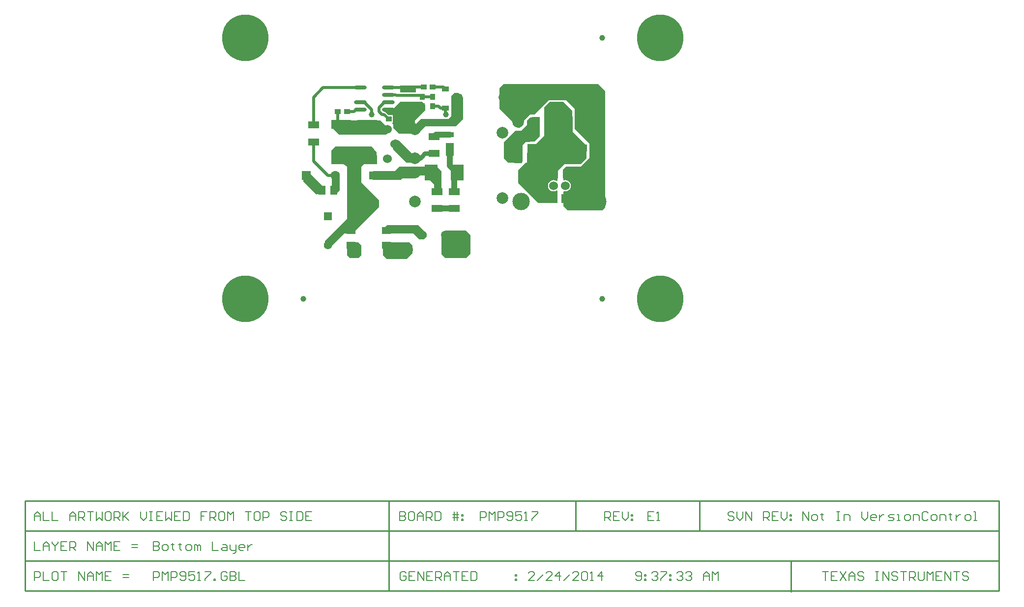
<source format=gbl>
%FSAX25Y25*%
%MOIN*%
G70*
G01*
G75*
G04 Layer_Physical_Order=2*
G04 Layer_Color=16711680*
%ADD10R,0.06300X0.05000*%
%ADD11C,0.01969*%
%ADD12C,0.03937*%
%ADD13C,0.00800*%
%ADD14C,0.01000*%
%ADD15C,0.31496*%
%ADD16C,0.05512*%
%ADD17R,0.05512X0.05512*%
%ADD18R,0.05118X0.05118*%
%ADD19C,0.05118*%
%ADD20C,0.11811*%
%ADD21C,0.06000*%
%ADD22C,0.06299*%
%ADD23R,0.06299X0.06299*%
%ADD24C,0.05906*%
%ADD25R,0.05118X0.05118*%
%ADD26C,0.05315*%
%ADD27C,0.07874*%
%ADD28C,0.08700*%
%ADD29C,0.03937*%
%ADD30R,0.05000X0.06300*%
%ADD31R,0.05512X0.05472*%
%ADD32R,0.19134X0.13228*%
%ADD33R,0.07284X0.05118*%
%ADD34R,0.03740X0.03937*%
%ADD35R,0.03937X0.03740*%
%ADD36R,0.13780X0.05906*%
%ADD37R,0.05512X0.03543*%
%ADD38R,0.05512X0.08661*%
%ADD39R,0.10630X0.05118*%
%ADD40R,0.05984X0.04724*%
%ADD41R,0.08500X0.10799*%
%ADD42R,0.04803X0.03602*%
%ADD43O,0.08661X0.02362*%
%ADD44C,0.03150*%
G36*
X0312310Y0282337D02*
Y0280368D01*
X0310342Y0278400D01*
X0307389D01*
X0303452Y0282337D01*
X0282783D01*
Y0285585D01*
X0285440Y0288243D01*
X0306405D01*
X0312310Y0282337D01*
D02*
G37*
G36*
X0242824Y0313437D02*
Y0309012D01*
X0237572D01*
X0237472Y0308912D01*
X0228649Y0317735D01*
Y0323676D01*
X0232586D01*
X0242824Y0313437D01*
D02*
G37*
G36*
X0322153Y0324660D02*
Y0309699D01*
X0321956Y0309896D01*
X0317231D01*
Y0315802D01*
X0311326Y0321707D01*
X0307389D01*
X0306405Y0322691D01*
X0303452Y0319739D01*
X0295578D01*
X0294594Y0318754D01*
X0275893D01*
X0273924Y0320723D01*
Y0322691D01*
X0275893Y0324660D01*
X0290657D01*
X0293609Y0327613D01*
X0319200D01*
X0322153Y0324660D01*
D02*
G37*
G36*
X0278452Y0337455D02*
Y0329581D01*
X0269987D01*
X0268019Y0327613D01*
Y0316786D01*
X0279830Y0304975D01*
Y0300054D01*
X0262113Y0282337D01*
X0256208D01*
X0246365Y0272495D01*
X0243413D01*
Y0277416D01*
X0258176Y0292179D01*
Y0327613D01*
X0247645Y0334648D01*
X0247743Y0338439D01*
X0250302Y0341392D01*
X0274909D01*
X0278452Y0337455D01*
D02*
G37*
G36*
X0302468Y0274463D02*
Y0269173D01*
X0298505Y0265211D01*
X0285145D01*
X0282783Y0267573D01*
Y0276431D01*
X0300499D01*
X0302468Y0274463D01*
D02*
G37*
G36*
X0266050Y0276431D02*
X0268019Y0274463D01*
Y0267573D01*
X0266050Y0265605D01*
X0260145D01*
X0258176Y0267573D01*
Y0276639D01*
X0266050Y0276431D01*
D02*
G37*
G36*
X0341838Y0281353D02*
Y0268558D01*
X0338885Y0265605D01*
X0325106D01*
X0322153Y0268558D01*
Y0281353D01*
X0323137Y0282731D01*
X0324712Y0284306D01*
X0338885D01*
X0341838Y0281353D01*
D02*
G37*
G36*
X0389082Y0348282D02*
X0385245Y0344737D01*
X0379302Y0344408D01*
X0377271Y0342376D01*
Y0331550D01*
X0376287Y0330565D01*
X0367428D01*
X0364476Y0333518D01*
Y0344345D01*
X0372350Y0352219D01*
X0376287D01*
X0380224Y0356156D01*
Y0359109D01*
X0382192Y0361077D01*
X0389082D01*
Y0348282D01*
D02*
G37*
G36*
X0286720Y0353203D02*
Y0351235D01*
X0284751Y0349266D01*
X0253110D01*
X0248334Y0354042D01*
Y0359109D01*
X0280814D01*
X0286720Y0353203D01*
D02*
G37*
G36*
X0336916Y0374857D02*
Y0360093D01*
X0331995Y0355172D01*
X0311326D01*
X0306405Y0350250D01*
X0304436D01*
Y0351235D01*
X0303452Y0350250D01*
X0293610D01*
X0289617Y0354243D01*
Y0356211D01*
X0288855Y0356974D01*
X0289046Y0357435D01*
X0289279D01*
Y0362750D01*
X0286420D01*
X0284670Y0364500D01*
X0284084Y0364892D01*
X0283767Y0364955D01*
Y0365467D01*
X0285479Y0367180D01*
X0289476D01*
X0294200Y0371904D01*
X0309062D01*
X0311228Y0369739D01*
Y0365900D01*
X0304436Y0359109D01*
Y0356211D01*
X0308318Y0360093D01*
X0327074D01*
X0329043Y0362061D01*
Y0375841D01*
X0331011Y0377810D01*
X0333964D01*
X0336916Y0374857D01*
D02*
G37*
G36*
X0293609Y0345329D02*
X0302468Y0336471D01*
X0304436D01*
Y0330565D01*
X0298531D01*
X0289672Y0339424D01*
X0288688Y0342376D01*
X0289672Y0345329D01*
X0290657Y0346313D01*
X0293609Y0345329D01*
D02*
G37*
G36*
X0253255Y0321707D02*
X0253255D01*
Y0311865D01*
X0251287Y0309896D01*
X0247940D01*
Y0322298D01*
X0250302Y0324660D01*
X0253255Y0321707D01*
D02*
G37*
G36*
X0433348Y0378819D02*
Y0300028D01*
X0431405Y0298085D01*
X0407783D01*
X0404830Y0301038D01*
Y0310867D01*
X0405219Y0311127D01*
X0406208Y0310997D01*
X0407197Y0311127D01*
X0408118Y0311509D01*
X0408909Y0312116D01*
X0409516Y0312907D01*
X0409898Y0313829D01*
X0410028Y0314817D01*
X0409898Y0315806D01*
X0409516Y0316727D01*
X0408909Y0317518D01*
X0408118Y0318126D01*
X0407197Y0318507D01*
X0406208Y0318637D01*
X0405219Y0318507D01*
X0404830Y0318767D01*
Y0325644D01*
X0406798Y0327613D01*
X0416641D01*
X0422546Y0333518D01*
Y0343361D01*
X0412704Y0353203D01*
Y0366983D01*
X0406798Y0372888D01*
X0394987D01*
X0385145Y0363046D01*
X0382192D01*
X0377271Y0358124D01*
Y0356156D01*
X0375302Y0354187D01*
X0374318D01*
X0361523Y0366983D01*
Y0380762D01*
X0364450Y0383689D01*
X0428477D01*
X0433348Y0378819D01*
D02*
G37*
G36*
X0411054Y0365680D02*
Y0351471D01*
X0420578Y0341947D01*
Y0333518D01*
X0416641Y0329581D01*
X0405814D01*
X0400893Y0324660D01*
Y0318193D01*
X0400445Y0317972D01*
X0400244Y0318126D01*
X0399323Y0318507D01*
X0398334Y0318637D01*
X0397345Y0318507D01*
X0396424Y0318126D01*
X0395633Y0317518D01*
X0395026Y0316727D01*
X0394644Y0315806D01*
X0394514Y0314817D01*
X0394644Y0313829D01*
X0395026Y0312907D01*
X0395633Y0312116D01*
X0396424Y0311509D01*
X0397345Y0311127D01*
X0398334Y0310997D01*
X0399323Y0311127D01*
X0400244Y0311509D01*
X0400445Y0311663D01*
X0400893Y0311442D01*
Y0303107D01*
X0387997D01*
X0374318Y0316786D01*
Y0325447D01*
X0379436Y0330565D01*
X0380224D01*
Y0337061D01*
X0392035Y0348872D01*
Y0367967D01*
X0395972Y0371904D01*
X0404830D01*
X0411054Y0365680D01*
D02*
G37*
G54D11*
X0252074Y0358518D02*
X0254239Y0356353D01*
X0252074Y0358518D02*
Y0365014D01*
X0245381Y0321707D02*
X0250302D01*
X0235539Y0331550D02*
X0245381Y0321707D01*
X0235539Y0331550D02*
Y0344542D01*
Y0374857D02*
X0242054Y0381372D01*
X0267428D01*
X0235539Y0355959D02*
Y0374857D01*
X0325106Y0363046D02*
X0325109Y0363027D01*
X0325203Y0363046D02*
X0325300Y0362061D01*
X0292822Y0360093D02*
X0304436Y0353203D01*
X0299515Y0369148D02*
X0309358Y0368754D01*
X0299515Y0369148D02*
X0304436Y0353203D01*
X0286326Y0381372D02*
X0298708D01*
X0299515Y0380565D01*
X0300696Y0381747D02*
X0310145D01*
X0299515Y0380565D02*
X0300696Y0381747D01*
X0316444D02*
X0323678D01*
X0325106Y0380319D01*
X0321513Y0367426D02*
X0325106D01*
X0320184Y0368754D02*
X0321513Y0367426D01*
X0316247Y0368754D02*
X0320184D01*
X0325109Y0363027D02*
X0325300Y0362061D01*
X0325106Y0363046D02*
Y0367426D01*
X0308373Y0376038D02*
X0309358Y0375054D01*
X0316247D01*
X0316247Y0375054D01*
X0286326Y0366372D02*
X0296739D01*
X0299515Y0369148D01*
X0280027Y0365068D02*
Y0367677D01*
Y0365068D02*
X0281872Y0363223D01*
X0283393D01*
X0286523Y0360093D01*
X0283722Y0371372D02*
X0286326D01*
X0280027Y0367677D02*
X0283722Y0371372D01*
X0286326Y0376372D02*
X0291306D01*
X0291641Y0376038D01*
X0308373D01*
X0267428Y0371372D02*
X0270032D01*
X0274909Y0363046D02*
Y0366496D01*
X0270032Y0371372D02*
X0274909Y0366496D01*
X0258373Y0365014D02*
X0263098D01*
X0264456Y0366372D01*
X0267428D01*
G54D12*
X0320184Y0299266D02*
X0331011D01*
X0317231Y0348085D02*
X0318511Y0349365D01*
X0328058D01*
Y0328439D02*
X0332822Y0323676D01*
X0328058Y0328439D02*
Y0339325D01*
X0331011Y0310683D02*
Y0321865D01*
X0332822Y0323676D01*
G54D13*
X0126900Y0073549D02*
Y0067551D01*
X0129899D01*
X0130899Y0068550D01*
Y0069550D01*
X0129899Y0070550D01*
X0126900D01*
X0129899D01*
X0130899Y0071549D01*
Y0072549D01*
X0129899Y0073549D01*
X0126900D01*
X0133898Y0067551D02*
X0135897D01*
X0136897Y0068550D01*
Y0070550D01*
X0135897Y0071549D01*
X0133898D01*
X0132898Y0070550D01*
Y0068550D01*
X0133898Y0067551D01*
X0139896Y0072549D02*
Y0071549D01*
X0138896D01*
X0140895D01*
X0139896D01*
Y0068550D01*
X0140895Y0067551D01*
X0144894Y0072549D02*
Y0071549D01*
X0143895D01*
X0145894D01*
X0144894D01*
Y0068550D01*
X0145894Y0067551D01*
X0149893D02*
X0151892D01*
X0152892Y0068550D01*
Y0070550D01*
X0151892Y0071549D01*
X0149893D01*
X0148893Y0070550D01*
Y0068550D01*
X0149893Y0067551D01*
X0154891D02*
Y0071549D01*
X0155891D01*
X0156890Y0070550D01*
Y0067551D01*
Y0070550D01*
X0157890Y0071549D01*
X0158890Y0070550D01*
Y0067551D01*
X0166887Y0073549D02*
Y0067551D01*
X0170886D01*
X0173885Y0071549D02*
X0175884D01*
X0176884Y0070550D01*
Y0067551D01*
X0173885D01*
X0172885Y0068550D01*
X0173885Y0069550D01*
X0176884D01*
X0178883Y0071549D02*
Y0068550D01*
X0179883Y0067551D01*
X0182882D01*
Y0066551D01*
X0181882Y0065551D01*
X0180883D01*
X0182882Y0067551D02*
Y0071549D01*
X0187880Y0067551D02*
X0185881D01*
X0184881Y0068550D01*
Y0070550D01*
X0185881Y0071549D01*
X0187880D01*
X0188880Y0070550D01*
Y0069550D01*
X0184881D01*
X0190879Y0071549D02*
Y0067551D01*
Y0069550D01*
X0191879Y0070550D01*
X0192879Y0071549D01*
X0193878D01*
X0567400Y0087833D02*
Y0093831D01*
X0571399Y0087833D01*
Y0093831D01*
X0574398Y0087833D02*
X0576397D01*
X0577397Y0088833D01*
Y0090832D01*
X0576397Y0091832D01*
X0574398D01*
X0573398Y0090832D01*
Y0088833D01*
X0574398Y0087833D01*
X0580396Y0092832D02*
Y0091832D01*
X0579396D01*
X0581395D01*
X0580396D01*
Y0088833D01*
X0581395Y0087833D01*
X0590393Y0093831D02*
X0592392D01*
X0591392D01*
Y0087833D01*
X0590393D01*
X0592392D01*
X0595391D02*
Y0091832D01*
X0598390D01*
X0599390Y0090832D01*
Y0087833D01*
X0607387Y0093831D02*
Y0089833D01*
X0609386Y0087833D01*
X0611386Y0089833D01*
Y0093831D01*
X0616384Y0087833D02*
X0614385D01*
X0613385Y0088833D01*
Y0090832D01*
X0614385Y0091832D01*
X0616384D01*
X0617384Y0090832D01*
Y0089833D01*
X0613385D01*
X0619383Y0091832D02*
Y0087833D01*
Y0089833D01*
X0620383Y0090832D01*
X0621383Y0091832D01*
X0622382D01*
X0625381Y0087833D02*
X0628380D01*
X0629380Y0088833D01*
X0628380Y0089833D01*
X0626381D01*
X0625381Y0090832D01*
X0626381Y0091832D01*
X0629380D01*
X0631379Y0087833D02*
X0633379D01*
X0632379D01*
Y0091832D01*
X0631379D01*
X0637377Y0087833D02*
X0639377D01*
X0640376Y0088833D01*
Y0090832D01*
X0639377Y0091832D01*
X0637377D01*
X0636378Y0090832D01*
Y0088833D01*
X0637377Y0087833D01*
X0642376D02*
Y0091832D01*
X0645375D01*
X0646374Y0090832D01*
Y0087833D01*
X0652373Y0092832D02*
X0651373Y0093831D01*
X0649373D01*
X0648374Y0092832D01*
Y0088833D01*
X0649373Y0087833D01*
X0651373D01*
X0652373Y0088833D01*
X0655372Y0087833D02*
X0657371D01*
X0658371Y0088833D01*
Y0090832D01*
X0657371Y0091832D01*
X0655372D01*
X0654372Y0090832D01*
Y0088833D01*
X0655372Y0087833D01*
X0660370D02*
Y0091832D01*
X0663369D01*
X0664369Y0090832D01*
Y0087833D01*
X0667368Y0092832D02*
Y0091832D01*
X0666368D01*
X0668367D01*
X0667368D01*
Y0088833D01*
X0668367Y0087833D01*
X0671366Y0091832D02*
Y0087833D01*
Y0089833D01*
X0672366Y0090832D01*
X0673366Y0091832D01*
X0674365D01*
X0678364Y0087833D02*
X0680364D01*
X0681363Y0088833D01*
Y0090832D01*
X0680364Y0091832D01*
X0678364D01*
X0677364Y0090832D01*
Y0088833D01*
X0678364Y0087833D01*
X0683362D02*
X0685362D01*
X0684362D01*
Y0093831D01*
X0683362D01*
X0520799Y0092832D02*
X0519799Y0093831D01*
X0517800D01*
X0516800Y0092832D01*
Y0091832D01*
X0517800Y0090832D01*
X0519799D01*
X0520799Y0089833D01*
Y0088833D01*
X0519799Y0087833D01*
X0517800D01*
X0516800Y0088833D01*
X0522798Y0093831D02*
Y0089833D01*
X0524797Y0087833D01*
X0526797Y0089833D01*
Y0093831D01*
X0528796Y0087833D02*
Y0093831D01*
X0532795Y0087833D01*
Y0093831D01*
X0540792Y0087833D02*
Y0093831D01*
X0543791D01*
X0544791Y0092832D01*
Y0090832D01*
X0543791Y0089833D01*
X0540792D01*
X0542792D02*
X0544791Y0087833D01*
X0550789Y0093831D02*
X0546790D01*
Y0087833D01*
X0550789D01*
X0546790Y0090832D02*
X0548790D01*
X0552788Y0093831D02*
Y0089833D01*
X0554788Y0087833D01*
X0556787Y0089833D01*
Y0093831D01*
X0558786Y0091832D02*
X0559786D01*
Y0090832D01*
X0558786D01*
Y0091832D01*
Y0088833D02*
X0559786D01*
Y0087833D01*
X0558786D01*
Y0088833D01*
X0433000Y0087833D02*
Y0093831D01*
X0435999D01*
X0436999Y0092832D01*
Y0090832D01*
X0435999Y0089833D01*
X0433000D01*
X0434999D02*
X0436999Y0087833D01*
X0442997Y0093831D02*
X0438998D01*
Y0087833D01*
X0442997D01*
X0438998Y0090832D02*
X0440997D01*
X0444996Y0093831D02*
Y0089833D01*
X0446995Y0087833D01*
X0448995Y0089833D01*
Y0093831D01*
X0450994Y0091832D02*
X0451994D01*
Y0090832D01*
X0450994D01*
Y0091832D01*
Y0088833D02*
X0451994D01*
Y0087833D01*
X0450994D01*
Y0088833D01*
X0126900Y0046966D02*
Y0052965D01*
X0129899D01*
X0130899Y0051965D01*
Y0049966D01*
X0129899Y0048966D01*
X0126900D01*
X0132898Y0046966D02*
Y0052965D01*
X0134897Y0050965D01*
X0136897Y0052965D01*
Y0046966D01*
X0138896D02*
Y0052965D01*
X0141895D01*
X0142895Y0051965D01*
Y0049966D01*
X0141895Y0048966D01*
X0138896D01*
X0144894Y0047966D02*
X0145894Y0046966D01*
X0147893D01*
X0148893Y0047966D01*
Y0051965D01*
X0147893Y0052965D01*
X0145894D01*
X0144894Y0051965D01*
Y0050965D01*
X0145894Y0049966D01*
X0148893D01*
X0154891Y0052965D02*
X0150892D01*
Y0049966D01*
X0152892Y0050965D01*
X0153891D01*
X0154891Y0049966D01*
Y0047966D01*
X0153891Y0046966D01*
X0151892D01*
X0150892Y0047966D01*
X0156890Y0046966D02*
X0158890D01*
X0157890D01*
Y0052965D01*
X0156890Y0051965D01*
X0161889Y0052965D02*
X0165887D01*
Y0051965D01*
X0161889Y0047966D01*
Y0046966D01*
X0167887D02*
Y0047966D01*
X0168886D01*
Y0046966D01*
X0167887D01*
X0176884Y0051965D02*
X0175884Y0052965D01*
X0173885D01*
X0172885Y0051965D01*
Y0047966D01*
X0173885Y0046966D01*
X0175884D01*
X0176884Y0047966D01*
Y0049966D01*
X0174884D01*
X0178883Y0052965D02*
Y0046966D01*
X0181882D01*
X0182882Y0047966D01*
Y0048966D01*
X0181882Y0049966D01*
X0178883D01*
X0181882D01*
X0182882Y0050965D01*
Y0051965D01*
X0181882Y0052965D01*
X0178883D01*
X0184881D02*
Y0046966D01*
X0188880D01*
X0385149D02*
X0381150D01*
X0385149Y0050965D01*
Y0051965D01*
X0384149Y0052965D01*
X0382150D01*
X0381150Y0051965D01*
X0387148Y0046966D02*
X0391147Y0050965D01*
X0397145Y0046966D02*
X0393146D01*
X0397145Y0050965D01*
Y0051965D01*
X0396145Y0052965D01*
X0394146D01*
X0393146Y0051965D01*
X0402143Y0046966D02*
Y0052965D01*
X0399144Y0049966D01*
X0403143D01*
X0405142Y0046966D02*
X0409141Y0050965D01*
X0415139Y0046966D02*
X0411140D01*
X0415139Y0050965D01*
Y0051965D01*
X0414139Y0052965D01*
X0412140D01*
X0411140Y0051965D01*
X0417138D02*
X0418138Y0052965D01*
X0420137D01*
X0421137Y0051965D01*
Y0047966D01*
X0420137Y0046966D01*
X0418138D01*
X0417138Y0047966D01*
Y0051965D01*
X0423136Y0046966D02*
X0425136D01*
X0424136D01*
Y0052965D01*
X0423136Y0051965D01*
X0431134Y0046966D02*
Y0052965D01*
X0428135Y0049966D01*
X0432133D01*
X0298199Y0051965D02*
X0297199Y0052965D01*
X0295200D01*
X0294200Y0051965D01*
Y0047966D01*
X0295200Y0046966D01*
X0297199D01*
X0298199Y0047966D01*
Y0049966D01*
X0296199D01*
X0304197Y0052965D02*
X0300198D01*
Y0046966D01*
X0304197D01*
X0300198Y0049966D02*
X0302197D01*
X0306196Y0046966D02*
Y0052965D01*
X0310195Y0046966D01*
Y0052965D01*
X0316193D02*
X0312194D01*
Y0046966D01*
X0316193D01*
X0312194Y0049966D02*
X0314194D01*
X0318192Y0046966D02*
Y0052965D01*
X0321191D01*
X0322191Y0051965D01*
Y0049966D01*
X0321191Y0048966D01*
X0318192D01*
X0320192D02*
X0322191Y0046966D01*
X0324190D02*
Y0050965D01*
X0326190Y0052965D01*
X0328189Y0050965D01*
Y0046966D01*
Y0049966D01*
X0324190D01*
X0330188Y0052965D02*
X0334187D01*
X0332188D01*
Y0046966D01*
X0340185Y0052965D02*
X0336186D01*
Y0046966D01*
X0340185D01*
X0336186Y0049966D02*
X0338186D01*
X0342184Y0052965D02*
Y0046966D01*
X0345183D01*
X0346183Y0047966D01*
Y0051965D01*
X0345183Y0052965D01*
X0342184D01*
X0372175Y0050965D02*
X0373175D01*
Y0049966D01*
X0372175D01*
Y0050965D01*
Y0047966D02*
X0373175D01*
Y0046966D01*
X0372175D01*
Y0047966D01*
X0046350Y0087833D02*
Y0091832D01*
X0048349Y0093831D01*
X0050349Y0091832D01*
Y0087833D01*
Y0090832D01*
X0046350D01*
X0052348Y0093831D02*
Y0087833D01*
X0056347D01*
X0058346Y0093831D02*
Y0087833D01*
X0062345D01*
X0070342D02*
Y0091832D01*
X0072342Y0093831D01*
X0074341Y0091832D01*
Y0087833D01*
Y0090832D01*
X0070342D01*
X0076340Y0087833D02*
Y0093831D01*
X0079339D01*
X0080339Y0092832D01*
Y0090832D01*
X0079339Y0089833D01*
X0076340D01*
X0078340D02*
X0080339Y0087833D01*
X0082338Y0093831D02*
X0086337D01*
X0084338D01*
Y0087833D01*
X0088336Y0093831D02*
Y0087833D01*
X0090336Y0089833D01*
X0092335Y0087833D01*
Y0093831D01*
X0097334D02*
X0095334D01*
X0094335Y0092832D01*
Y0088833D01*
X0095334Y0087833D01*
X0097334D01*
X0098333Y0088833D01*
Y0092832D01*
X0097334Y0093831D01*
X0100332Y0087833D02*
Y0093831D01*
X0103332D01*
X0104331Y0092832D01*
Y0090832D01*
X0103332Y0089833D01*
X0100332D01*
X0102332D02*
X0104331Y0087833D01*
X0106331Y0093831D02*
Y0087833D01*
Y0089833D01*
X0110329Y0093831D01*
X0107330Y0090832D01*
X0110329Y0087833D01*
X0118327Y0093831D02*
Y0089833D01*
X0120326Y0087833D01*
X0122325Y0089833D01*
Y0093831D01*
X0124325D02*
X0126324D01*
X0125324D01*
Y0087833D01*
X0124325D01*
X0126324D01*
X0133322Y0093831D02*
X0129323D01*
Y0087833D01*
X0133322D01*
X0129323Y0090832D02*
X0131323D01*
X0135321Y0093831D02*
Y0087833D01*
X0137321Y0089833D01*
X0139320Y0087833D01*
Y0093831D01*
X0145318D02*
X0141319D01*
Y0087833D01*
X0145318D01*
X0141319Y0090832D02*
X0143319D01*
X0147317Y0093831D02*
Y0087833D01*
X0150316D01*
X0151316Y0088833D01*
Y0092832D01*
X0150316Y0093831D01*
X0147317D01*
X0163312D02*
X0159313D01*
Y0090832D01*
X0161313D01*
X0159313D01*
Y0087833D01*
X0165312D02*
Y0093831D01*
X0168310D01*
X0169310Y0092832D01*
Y0090832D01*
X0168310Y0089833D01*
X0165312D01*
X0167311D02*
X0169310Y0087833D01*
X0174309Y0093831D02*
X0172309D01*
X0171310Y0092832D01*
Y0088833D01*
X0172309Y0087833D01*
X0174309D01*
X0175308Y0088833D01*
Y0092832D01*
X0174309Y0093831D01*
X0177308Y0087833D02*
Y0093831D01*
X0179307Y0091832D01*
X0181306Y0093831D01*
Y0087833D01*
X0189304Y0093831D02*
X0193303D01*
X0191303D01*
Y0087833D01*
X0198301Y0093831D02*
X0196301D01*
X0195302Y0092832D01*
Y0088833D01*
X0196301Y0087833D01*
X0198301D01*
X0199301Y0088833D01*
Y0092832D01*
X0198301Y0093831D01*
X0201300Y0087833D02*
Y0093831D01*
X0204299D01*
X0205299Y0092832D01*
Y0090832D01*
X0204299Y0089833D01*
X0201300D01*
X0217295Y0092832D02*
X0216295Y0093831D01*
X0214296D01*
X0213296Y0092832D01*
Y0091832D01*
X0214296Y0090832D01*
X0216295D01*
X0217295Y0089833D01*
Y0088833D01*
X0216295Y0087833D01*
X0214296D01*
X0213296Y0088833D01*
X0219294Y0093831D02*
X0221293D01*
X0220294D01*
Y0087833D01*
X0219294D01*
X0221293D01*
X0224292Y0093831D02*
Y0087833D01*
X0227291D01*
X0228291Y0088833D01*
Y0092832D01*
X0227291Y0093831D01*
X0224292D01*
X0234289D02*
X0230291D01*
Y0087833D01*
X0234289D01*
X0230291Y0090832D02*
X0232290D01*
X0466149Y0093831D02*
X0462150D01*
Y0087833D01*
X0466149D01*
X0462150Y0090832D02*
X0464149D01*
X0468148Y0087833D02*
X0470147D01*
X0469148D01*
Y0093831D01*
X0468148Y0092832D01*
X0348550Y0087833D02*
Y0093831D01*
X0351549D01*
X0352549Y0092832D01*
Y0090832D01*
X0351549Y0089833D01*
X0348550D01*
X0354548Y0087833D02*
Y0093831D01*
X0356547Y0091832D01*
X0358547Y0093831D01*
Y0087833D01*
X0360546D02*
Y0093831D01*
X0363545D01*
X0364545Y0092832D01*
Y0090832D01*
X0363545Y0089833D01*
X0360546D01*
X0366544Y0088833D02*
X0367544Y0087833D01*
X0369543D01*
X0370543Y0088833D01*
Y0092832D01*
X0369543Y0093831D01*
X0367544D01*
X0366544Y0092832D01*
Y0091832D01*
X0367544Y0090832D01*
X0370543D01*
X0376541Y0093831D02*
X0372542D01*
Y0090832D01*
X0374542Y0091832D01*
X0375541D01*
X0376541Y0090832D01*
Y0088833D01*
X0375541Y0087833D01*
X0373542D01*
X0372542Y0088833D01*
X0378540Y0087833D02*
X0380540D01*
X0379540D01*
Y0093831D01*
X0378540Y0092832D01*
X0383539Y0093831D02*
X0387537D01*
Y0092832D01*
X0383539Y0088833D01*
Y0087833D01*
X0294000Y0093831D02*
Y0087833D01*
X0296999D01*
X0297999Y0088833D01*
Y0089833D01*
X0296999Y0090832D01*
X0294000D01*
X0296999D01*
X0297999Y0091832D01*
Y0092832D01*
X0296999Y0093831D01*
X0294000D01*
X0302997D02*
X0300998D01*
X0299998Y0092832D01*
Y0088833D01*
X0300998Y0087833D01*
X0302997D01*
X0303997Y0088833D01*
Y0092832D01*
X0302997Y0093831D01*
X0305996Y0087833D02*
Y0091832D01*
X0307996Y0093831D01*
X0309995Y0091832D01*
Y0087833D01*
Y0090832D01*
X0305996D01*
X0311994Y0087833D02*
Y0093831D01*
X0314993D01*
X0315993Y0092832D01*
Y0090832D01*
X0314993Y0089833D01*
X0311994D01*
X0313994D02*
X0315993Y0087833D01*
X0317992Y0093831D02*
Y0087833D01*
X0320991D01*
X0321991Y0088833D01*
Y0092832D01*
X0320991Y0093831D01*
X0317992D01*
X0330988Y0087833D02*
Y0093831D01*
X0332987D02*
Y0087833D01*
X0329988Y0091832D02*
X0332987D01*
X0333987D01*
X0329988Y0089833D02*
X0333987D01*
X0335986Y0091832D02*
X0336986D01*
Y0090832D01*
X0335986D01*
Y0091832D01*
Y0088833D02*
X0336986D01*
Y0087833D01*
X0335986D01*
Y0088833D01*
X0046350Y0073549D02*
Y0067551D01*
X0050349D01*
X0052348D02*
Y0071549D01*
X0054347Y0073549D01*
X0056347Y0071549D01*
Y0067551D01*
Y0070550D01*
X0052348D01*
X0058346Y0073549D02*
Y0072549D01*
X0060346Y0070550D01*
X0062345Y0072549D01*
Y0073549D01*
X0060346Y0070550D02*
Y0067551D01*
X0068343Y0073549D02*
X0064344D01*
Y0067551D01*
X0068343D01*
X0064344Y0070550D02*
X0066343D01*
X0070342Y0067551D02*
Y0073549D01*
X0073341D01*
X0074341Y0072549D01*
Y0070550D01*
X0073341Y0069550D01*
X0070342D01*
X0072342D02*
X0074341Y0067551D01*
X0082338D02*
Y0073549D01*
X0086337Y0067551D01*
Y0073549D01*
X0088336Y0067551D02*
Y0071549D01*
X0090336Y0073549D01*
X0092335Y0071549D01*
Y0067551D01*
Y0070550D01*
X0088336D01*
X0094335Y0067551D02*
Y0073549D01*
X0096334Y0071549D01*
X0098333Y0073549D01*
Y0067551D01*
X0104331Y0073549D02*
X0100332D01*
Y0067551D01*
X0104331D01*
X0100332Y0070550D02*
X0102332D01*
X0112329Y0069550D02*
X0116327D01*
X0112329Y0071549D02*
X0116327D01*
X0046350Y0046966D02*
Y0052965D01*
X0049349D01*
X0050349Y0051965D01*
Y0049966D01*
X0049349Y0048966D01*
X0046350D01*
X0052348Y0052965D02*
Y0046966D01*
X0056347D01*
X0061345Y0052965D02*
X0059346D01*
X0058346Y0051965D01*
Y0047966D01*
X0059346Y0046966D01*
X0061345D01*
X0062345Y0047966D01*
Y0051965D01*
X0061345Y0052965D01*
X0064344D02*
X0068343D01*
X0066343D01*
Y0046966D01*
X0076340D02*
Y0052965D01*
X0080339Y0046966D01*
Y0052965D01*
X0082338Y0046966D02*
Y0050965D01*
X0084338Y0052965D01*
X0086337Y0050965D01*
Y0046966D01*
Y0049966D01*
X0082338D01*
X0088336Y0046966D02*
Y0052965D01*
X0090336Y0050965D01*
X0092335Y0052965D01*
Y0046966D01*
X0098333Y0052965D02*
X0094335D01*
Y0046966D01*
X0098333D01*
X0094335Y0049966D02*
X0096334D01*
X0106331Y0048966D02*
X0110329D01*
X0106331Y0050965D02*
X0110329D01*
X0454050Y0047966D02*
X0455050Y0046966D01*
X0457049D01*
X0458049Y0047966D01*
Y0051965D01*
X0457049Y0052965D01*
X0455050D01*
X0454050Y0051965D01*
Y0050965D01*
X0455050Y0049966D01*
X0458049D01*
X0460048Y0050965D02*
X0461048D01*
Y0049966D01*
X0460048D01*
Y0050965D01*
Y0047966D02*
X0461048D01*
Y0046966D01*
X0460048D01*
Y0047966D01*
X0465046Y0051965D02*
X0466046Y0052965D01*
X0468046D01*
X0469045Y0051965D01*
Y0050965D01*
X0468046Y0049966D01*
X0467046D01*
X0468046D01*
X0469045Y0048966D01*
Y0047966D01*
X0468046Y0046966D01*
X0466046D01*
X0465046Y0047966D01*
X0471044Y0052965D02*
X0475043D01*
Y0051965D01*
X0471044Y0047966D01*
Y0046966D01*
X0477043Y0050965D02*
X0478042D01*
Y0049966D01*
X0477043D01*
Y0050965D01*
Y0047966D02*
X0478042D01*
Y0046966D01*
X0477043D01*
Y0047966D01*
X0482041Y0051965D02*
X0483041Y0052965D01*
X0485040D01*
X0486040Y0051965D01*
Y0050965D01*
X0485040Y0049966D01*
X0484040D01*
X0485040D01*
X0486040Y0048966D01*
Y0047966D01*
X0485040Y0046966D01*
X0483041D01*
X0482041Y0047966D01*
X0488039Y0051965D02*
X0489039Y0052965D01*
X0491038D01*
X0492038Y0051965D01*
Y0050965D01*
X0491038Y0049966D01*
X0490038D01*
X0491038D01*
X0492038Y0048966D01*
Y0047966D01*
X0491038Y0046966D01*
X0489039D01*
X0488039Y0047966D01*
X0500035Y0046966D02*
Y0050965D01*
X0502035Y0052965D01*
X0504034Y0050965D01*
Y0046966D01*
Y0049966D01*
X0500035D01*
X0506033Y0046966D02*
Y0052965D01*
X0508033Y0050965D01*
X0510032Y0052965D01*
Y0046966D01*
X0580500Y0052965D02*
X0584499D01*
X0582499D01*
Y0046966D01*
X0590497Y0052965D02*
X0586498D01*
Y0046966D01*
X0590497D01*
X0586498Y0049966D02*
X0588497D01*
X0592496Y0052965D02*
X0596495Y0046966D01*
Y0052965D02*
X0592496Y0046966D01*
X0598494D02*
Y0050965D01*
X0600493Y0052965D01*
X0602493Y0050965D01*
Y0046966D01*
Y0049966D01*
X0598494D01*
X0608491Y0051965D02*
X0607491Y0052965D01*
X0605492D01*
X0604492Y0051965D01*
Y0050965D01*
X0605492Y0049966D01*
X0607491D01*
X0608491Y0048966D01*
Y0047966D01*
X0607491Y0046966D01*
X0605492D01*
X0604492Y0047966D01*
X0616488Y0052965D02*
X0618488D01*
X0617488D01*
Y0046966D01*
X0616488D01*
X0618488D01*
X0621487D02*
Y0052965D01*
X0625486Y0046966D01*
Y0052965D01*
X0631484Y0051965D02*
X0630484Y0052965D01*
X0628484D01*
X0627485Y0051965D01*
Y0050965D01*
X0628484Y0049966D01*
X0630484D01*
X0631484Y0048966D01*
Y0047966D01*
X0630484Y0046966D01*
X0628484D01*
X0627485Y0047966D01*
X0633483Y0052965D02*
X0637482D01*
X0635482D01*
Y0046966D01*
X0639481D02*
Y0052965D01*
X0642480D01*
X0643480Y0051965D01*
Y0049966D01*
X0642480Y0048966D01*
X0639481D01*
X0641480D02*
X0643480Y0046966D01*
X0645479Y0052965D02*
Y0047966D01*
X0646479Y0046966D01*
X0648478D01*
X0649478Y0047966D01*
Y0052965D01*
X0651477Y0046966D02*
Y0052965D01*
X0653476Y0050965D01*
X0655476Y0052965D01*
Y0046966D01*
X0661474Y0052965D02*
X0657475D01*
Y0046966D01*
X0661474D01*
X0657475Y0049966D02*
X0659474D01*
X0663473Y0046966D02*
Y0052965D01*
X0667472Y0046966D01*
Y0052965D01*
X0669471D02*
X0673470D01*
X0671471D01*
Y0046966D01*
X0679468Y0051965D02*
X0678468Y0052965D01*
X0676469D01*
X0675469Y0051965D01*
Y0050965D01*
X0676469Y0049966D01*
X0678468D01*
X0679468Y0048966D01*
Y0047966D01*
X0678468Y0046966D01*
X0676469D01*
X0675469Y0047966D01*
G54D14*
X0497200Y0080717D02*
Y0101050D01*
X0413200Y0080717D02*
Y0101050D01*
X0040000Y0080717D02*
X0700200D01*
X0040000Y0060383D02*
X0700000D01*
X0040000Y0040050D02*
X0440500D01*
X0040050Y0101050D02*
X0700200D01*
X0040050Y0040050D02*
Y0101050D01*
Y0040050D02*
X0197600D01*
X0040000D02*
Y0101050D01*
X0286500Y0040050D02*
Y0101050D01*
X0700200Y0040050D02*
Y0101050D01*
X0440500Y0040050D02*
X0700200D01*
X0559400Y0039400D02*
Y0059683D01*
G54D15*
X0189279Y0415211D02*
D03*
Y0238046D02*
D03*
X0470775Y0415211D02*
D03*
Y0238046D02*
D03*
G54D16*
X0275893Y0302022D02*
D03*
X0245381Y0274463D02*
D03*
G54D17*
X0275893Y0321707D02*
D03*
X0245381Y0294148D02*
D03*
G54D18*
X0398924Y0368951D02*
D03*
G54D19*
X0385145D02*
D03*
X0418610Y0354187D02*
D03*
G54D20*
X0428137Y0304148D02*
D03*
X0376405D02*
D03*
G54D21*
X0416050Y0314817D02*
D03*
X0406208D02*
D03*
X0398334D02*
D03*
X0388491D02*
D03*
X0285735Y0333203D02*
D03*
X0290735Y0343203D02*
D03*
X0285735Y0353203D02*
D03*
G54D22*
X0250302Y0321707D02*
D03*
G54D23*
X0230617D02*
D03*
G54D24*
X0309358Y0281353D02*
D03*
X0325106D02*
D03*
G54D25*
X0418610Y0340408D02*
D03*
G54D26*
X0333964Y0374857D02*
D03*
X0363491D02*
D03*
G54D27*
Y0306451D02*
D03*
X0379239Y0349266D02*
D03*
X0374318Y0358124D02*
D03*
X0363491Y0350743D02*
D03*
X0304436Y0353203D02*
D03*
Y0333518D02*
D03*
Y0323676D02*
D03*
Y0303991D02*
D03*
G54D28*
X0335932Y0271510D02*
D03*
X0298531D02*
D03*
G54D29*
X0228649Y0238046D02*
D03*
X0431405Y0415211D02*
D03*
Y0238046D02*
D03*
X0266050Y0272495D02*
D03*
X0260145Y0269542D02*
D03*
X0264082Y0268558D02*
D03*
X0325203Y0363046D02*
D03*
X0254239Y0338439D02*
D03*
X0260834D02*
D03*
X0267035D02*
D03*
X0272940D02*
D03*
X0274909Y0363046D02*
D03*
X0292625Y0365014D02*
D03*
X0368413Y0341392D02*
D03*
Y0334502D02*
D03*
G54D30*
X0397877Y0305959D02*
D03*
X0405877D02*
D03*
X0249381Y0311865D02*
D03*
X0241381D02*
D03*
X0406861Y0322691D02*
D03*
X0398861D02*
D03*
G54D31*
X0386165Y0351550D02*
D03*
Y0358794D02*
D03*
X0374354Y0340093D02*
D03*
Y0332849D02*
D03*
G54D32*
X0401842Y0355172D02*
D03*
X0390031Y0336471D02*
D03*
G54D33*
X0235539Y0355959D02*
D03*
Y0344542D02*
D03*
X0331011Y0310683D02*
D03*
Y0299266D02*
D03*
X0319200D02*
D03*
Y0310683D02*
D03*
X0317231Y0348085D02*
D03*
Y0336668D02*
D03*
G54D34*
X0316247Y0375054D02*
D03*
Y0368754D02*
D03*
X0309358Y0375054D02*
D03*
Y0368754D02*
D03*
G54D35*
X0316444Y0381747D02*
D03*
X0310145D02*
D03*
X0286523Y0360093D02*
D03*
X0292822D02*
D03*
X0252074Y0365014D02*
D03*
X0258373D02*
D03*
G54D36*
X0254239Y0356353D02*
D03*
Y0332337D02*
D03*
X0271956Y0356353D02*
D03*
Y0332337D02*
D03*
G54D37*
X0328058Y0349365D02*
D03*
G54D38*
Y0339325D02*
D03*
G54D39*
X0299515Y0369148D02*
D03*
Y0380565D02*
D03*
G54D40*
X0285047Y0284306D02*
D03*
Y0274463D02*
D03*
X0260834D02*
D03*
Y0284306D02*
D03*
G54D41*
X0315421Y0323676D02*
D03*
X0332822D02*
D03*
G54D42*
X0325106Y0380319D02*
D03*
Y0367426D02*
D03*
G54D43*
X0286326Y0381372D02*
D03*
Y0376372D02*
D03*
Y0371372D02*
D03*
Y0366372D02*
D03*
X0267428Y0381372D02*
D03*
Y0371372D02*
D03*
Y0366372D02*
D03*
G54D44*
X0311106Y0336668D02*
X0317231D01*
X0309025Y0334587D02*
X0311106Y0336668D01*
X0304436Y0333518D02*
X0307819D01*
X0308212Y0333912D01*
M02*

</source>
